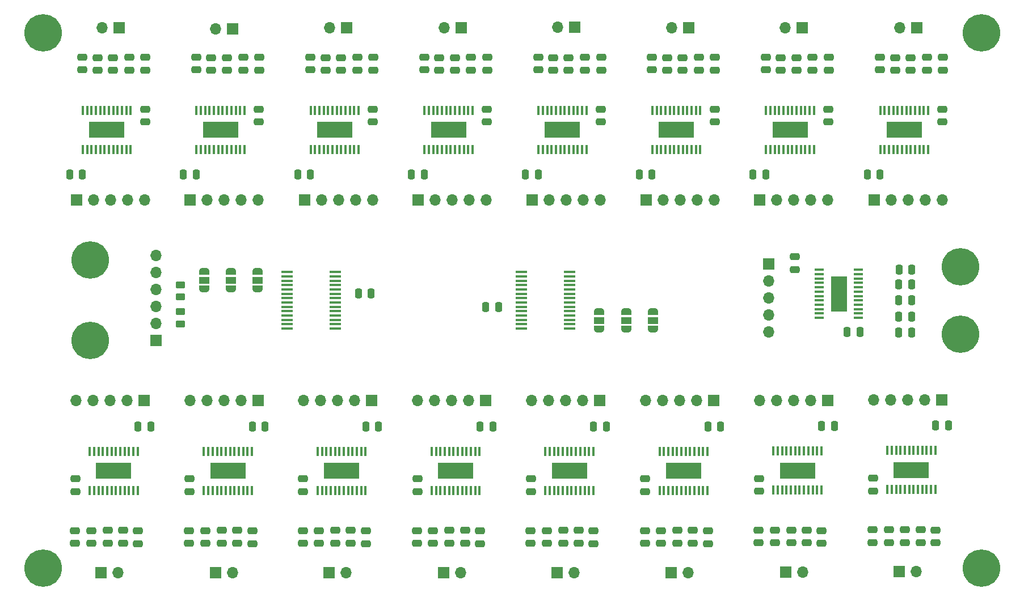
<source format=gbr>
%TF.GenerationSoftware,KiCad,Pcbnew,9.0.0*%
%TF.CreationDate,2025-03-04T09:43:35-08:00*%
%TF.ProjectId,Lattice Solenoid Driver,4c617474-6963-4652-9053-6f6c656e6f69,rev?*%
%TF.SameCoordinates,Original*%
%TF.FileFunction,Soldermask,Top*%
%TF.FilePolarity,Negative*%
%FSLAX46Y46*%
G04 Gerber Fmt 4.6, Leading zero omitted, Abs format (unit mm)*
G04 Created by KiCad (PCBNEW 9.0.0) date 2025-03-04 09:43:35*
%MOMM*%
%LPD*%
G01*
G04 APERTURE LIST*
G04 Aperture macros list*
%AMRoundRect*
0 Rectangle with rounded corners*
0 $1 Rounding radius*
0 $2 $3 $4 $5 $6 $7 $8 $9 X,Y pos of 4 corners*
0 Add a 4 corners polygon primitive as box body*
4,1,4,$2,$3,$4,$5,$6,$7,$8,$9,$2,$3,0*
0 Add four circle primitives for the rounded corners*
1,1,$1+$1,$2,$3*
1,1,$1+$1,$4,$5*
1,1,$1+$1,$6,$7*
1,1,$1+$1,$8,$9*
0 Add four rect primitives between the rounded corners*
20,1,$1+$1,$2,$3,$4,$5,0*
20,1,$1+$1,$4,$5,$6,$7,0*
20,1,$1+$1,$6,$7,$8,$9,0*
20,1,$1+$1,$8,$9,$2,$3,0*%
%AMFreePoly0*
4,1,23,0.550000,-0.750000,0.000000,-0.750000,0.000000,-0.745722,-0.065263,-0.745722,-0.191342,-0.711940,-0.304381,-0.646677,-0.396677,-0.554381,-0.461940,-0.441342,-0.495722,-0.315263,-0.495722,-0.250000,-0.500000,-0.250000,-0.500000,0.250000,-0.495722,0.250000,-0.495722,0.315263,-0.461940,0.441342,-0.396677,0.554381,-0.304381,0.646677,-0.191342,0.711940,-0.065263,0.745722,0.000000,0.745722,
0.000000,0.750000,0.550000,0.750000,0.550000,-0.750000,0.550000,-0.750000,$1*%
%AMFreePoly1*
4,1,23,0.000000,0.745722,0.065263,0.745722,0.191342,0.711940,0.304381,0.646677,0.396677,0.554381,0.461940,0.441342,0.495722,0.315263,0.495722,0.250000,0.500000,0.250000,0.500000,-0.250000,0.495722,-0.250000,0.495722,-0.315263,0.461940,-0.441342,0.396677,-0.554381,0.304381,-0.646677,0.191342,-0.711940,0.065263,-0.745722,0.000000,-0.745722,0.000000,-0.750000,-0.550000,-0.750000,
-0.550000,0.750000,0.000000,0.750000,0.000000,0.745722,0.000000,0.745722,$1*%
G04 Aperture macros list end*
%ADD10RoundRect,0.250000X-0.475000X0.250000X-0.475000X-0.250000X0.475000X-0.250000X0.475000X0.250000X0*%
%ADD11RoundRect,0.250000X-0.250000X-0.475000X0.250000X-0.475000X0.250000X0.475000X-0.250000X0.475000X0*%
%ADD12C,3.600000*%
%ADD13C,5.600000*%
%ADD14RoundRect,0.250000X0.250000X0.475000X-0.250000X0.475000X-0.250000X-0.475000X0.250000X-0.475000X0*%
%ADD15R,1.750000X0.450000*%
%ADD16RoundRect,0.250000X0.475000X-0.250000X0.475000X0.250000X-0.475000X0.250000X-0.475000X-0.250000X0*%
%ADD17R,1.700000X1.700000*%
%ADD18O,1.700000X1.700000*%
%ADD19R,0.355600X1.473200*%
%ADD20R,5.283200X2.413000*%
%ADD21FreePoly0,90.000000*%
%ADD22R,1.500000X1.000000*%
%ADD23FreePoly1,90.000000*%
%ADD24RoundRect,0.250000X-0.450000X0.262500X-0.450000X-0.262500X0.450000X-0.262500X0.450000X0.262500X0*%
%ADD25R,1.473200X0.355600*%
%ADD26R,2.413000X5.283200*%
%ADD27RoundRect,0.250000X0.450000X-0.262500X0.450000X0.262500X-0.450000X0.262500X-0.450000X-0.262500X0*%
G04 APERTURE END LIST*
D10*
%TO.C,C97*%
X123915001Y-131492000D03*
X123915001Y-133392000D03*
%TD*%
%TO.C,C86*%
X153065002Y-131500000D03*
X153065002Y-133400000D03*
%TD*%
D11*
%TO.C,C1*%
X146355000Y-98100000D03*
X148255000Y-98100000D03*
%TD*%
D10*
%TO.C,C62*%
X208950001Y-131384000D03*
X208950001Y-133284000D03*
%TD*%
%TO.C,C19*%
X120180000Y-60750000D03*
X120180000Y-62650000D03*
%TD*%
%TO.C,C53*%
X214530001Y-68508000D03*
X214530001Y-70408000D03*
%TD*%
%TO.C,C54*%
X205180000Y-60750000D03*
X205180000Y-62650000D03*
%TD*%
D12*
%TO.C,H5*%
X220305000Y-57100000D03*
D13*
X220305000Y-57100000D03*
%TD*%
D14*
%TO.C,C119*%
X209897000Y-94750001D03*
X207997000Y-94750001D03*
%TD*%
D15*
%TO.C,U1*%
X151705000Y-92875000D03*
X151705000Y-93525000D03*
X151705000Y-94175000D03*
X151705000Y-94825000D03*
X151705000Y-95475000D03*
X151705000Y-96125000D03*
X151705000Y-96775000D03*
X151705000Y-97425000D03*
X151705000Y-98075000D03*
X151705000Y-98725000D03*
X151705000Y-99375000D03*
X151705000Y-100025000D03*
X151705000Y-100675000D03*
X151705000Y-101325000D03*
X158905000Y-101325000D03*
X158905000Y-100675000D03*
X158905000Y-100025000D03*
X158905000Y-99375000D03*
X158905000Y-98725000D03*
X158905000Y-98075000D03*
X158905000Y-97425000D03*
X158905000Y-96775000D03*
X158905000Y-96125000D03*
X158905000Y-95475000D03*
X158905000Y-94825000D03*
X158905000Y-94175000D03*
X158905000Y-93525000D03*
X158905000Y-92875000D03*
%TD*%
D14*
%TO.C,C117*%
X209955000Y-92500000D03*
X208055000Y-92500000D03*
%TD*%
D10*
%TO.C,C28*%
X139430001Y-60808000D03*
X139430001Y-62708000D03*
%TD*%
D16*
%TO.C,C68*%
X196500000Y-133400000D03*
X196500000Y-131500000D03*
%TD*%
D11*
%TO.C,C31*%
X152280002Y-78258000D03*
X154180002Y-78258000D03*
%TD*%
D10*
%TO.C,C113*%
X87465002Y-131500000D03*
X87465002Y-133400000D03*
%TD*%
D16*
%TO.C,C55*%
X209730000Y-62708000D03*
X209730000Y-60808000D03*
%TD*%
D17*
%TO.C,J29*%
X156990000Y-137800000D03*
D18*
X159530000Y-137800000D03*
%TD*%
D10*
%TO.C,C71*%
X189500002Y-131450000D03*
X189500002Y-133350000D03*
%TD*%
D11*
%TO.C,C38*%
X169280002Y-78258000D03*
X171180002Y-78258000D03*
%TD*%
D16*
%TO.C,C37*%
X163579999Y-62700000D03*
X163579999Y-60800000D03*
%TD*%
D10*
%TO.C,C35*%
X156430001Y-60808000D03*
X156430001Y-62708000D03*
%TD*%
D14*
%TO.C,C116*%
X202197000Y-101850001D03*
X200297000Y-101850001D03*
%TD*%
%TO.C,C108*%
X96364997Y-115942000D03*
X94464997Y-115942000D03*
%TD*%
D16*
%TO.C,C74*%
X170149999Y-125692000D03*
X170149999Y-123792000D03*
%TD*%
%TO.C,C8*%
X93179999Y-62700000D03*
X93179999Y-60800000D03*
%TD*%
D19*
%TO.C,U5*%
X120230002Y-74542000D03*
X120880001Y-74542000D03*
X121529999Y-74542000D03*
X122180000Y-74542000D03*
X122829999Y-74542000D03*
X123480000Y-74542000D03*
X124129999Y-74542000D03*
X124780000Y-74542000D03*
X125429999Y-74542000D03*
X126080000Y-74542000D03*
X126729999Y-74542000D03*
X127380000Y-74542000D03*
X127380000Y-68700000D03*
X126730001Y-68700000D03*
X126080000Y-68700000D03*
X125430002Y-68700000D03*
X124780000Y-68700000D03*
X124130002Y-68700000D03*
X123480003Y-68700000D03*
X122830002Y-68700000D03*
X122180003Y-68700000D03*
X121530002Y-68700000D03*
X120880003Y-68700000D03*
X120230002Y-68700000D03*
D20*
X123805001Y-71621000D03*
%TD*%
D19*
%TO.C,U11*%
X213449998Y-119550000D03*
X212799999Y-119550000D03*
X212150001Y-119550000D03*
X211500000Y-119550000D03*
X210850001Y-119550000D03*
X210200000Y-119550000D03*
X209550001Y-119550000D03*
X208900000Y-119550000D03*
X208250001Y-119550000D03*
X207600000Y-119550000D03*
X206950001Y-119550000D03*
X206300000Y-119550000D03*
X206300000Y-125392000D03*
X206949999Y-125392000D03*
X207600000Y-125392000D03*
X208249998Y-125392000D03*
X208900000Y-125392000D03*
X209549998Y-125392000D03*
X210199997Y-125392000D03*
X210849998Y-125392000D03*
X211499997Y-125392000D03*
X212149998Y-125392000D03*
X212799997Y-125392000D03*
X213449998Y-125392000D03*
D20*
X209874999Y-122471000D03*
%TD*%
D10*
%TO.C,C64*%
X206500002Y-131392000D03*
X206500002Y-133292000D03*
%TD*%
%TO.C,C21*%
X122430001Y-60808000D03*
X122430001Y-62708000D03*
%TD*%
D16*
%TO.C,C6*%
X90730000Y-62708000D03*
X90730000Y-60808000D03*
%TD*%
D10*
%TO.C,C100*%
X119065002Y-131500000D03*
X119065002Y-133400000D03*
%TD*%
D12*
%TO.C,H4*%
X217205000Y-102200000D03*
D13*
X217205000Y-102200000D03*
%TD*%
D16*
%TO.C,C36*%
X161179999Y-62700000D03*
X161179999Y-60800000D03*
%TD*%
D17*
%TO.C,J10*%
X187270001Y-82100000D03*
D18*
X189810001Y-82100000D03*
X192350001Y-82100000D03*
X194890001Y-82100000D03*
X197430001Y-82100000D03*
%TD*%
D10*
%TO.C,C83*%
X157915001Y-131492000D03*
X157915001Y-133392000D03*
%TD*%
D16*
%TO.C,C109*%
X85114999Y-125692000D03*
X85114999Y-123792000D03*
%TD*%
D10*
%TO.C,C115*%
X192447000Y-90600002D03*
X192447000Y-92500002D03*
%TD*%
D16*
%TO.C,C77*%
X177249999Y-133392000D03*
X177249999Y-131492000D03*
%TD*%
D17*
%TO.C,J27*%
X191100000Y-137750000D03*
D18*
X193640000Y-137750000D03*
%TD*%
D16*
%TO.C,C102*%
X102149999Y-125692000D03*
X102149999Y-123792000D03*
%TD*%
%TO.C,C34*%
X158730000Y-62708000D03*
X158730000Y-60808000D03*
%TD*%
D17*
%TO.C,J4*%
X102270001Y-82100000D03*
D18*
X104810001Y-82100000D03*
X107350001Y-82100000D03*
X109890001Y-82100000D03*
X112430001Y-82100000D03*
%TD*%
D10*
%TO.C,C47*%
X188145000Y-60750000D03*
X188145000Y-62650000D03*
%TD*%
D14*
%TO.C,C66*%
X198399997Y-115892000D03*
X196499997Y-115892000D03*
%TD*%
D21*
%TO.C,JP4*%
X163305000Y-101400000D03*
D22*
X163305000Y-100100000D03*
D23*
X163305000Y-98800000D03*
%TD*%
D10*
%TO.C,C14*%
X105395001Y-60808000D03*
X105395001Y-62708000D03*
%TD*%
%TO.C,C69*%
X191950001Y-131442000D03*
X191950001Y-133342000D03*
%TD*%
%TO.C,C93*%
X136100002Y-131500000D03*
X136100002Y-133400000D03*
%TD*%
D17*
%TO.C,J8*%
X153305001Y-82100000D03*
D18*
X155845001Y-82100000D03*
X158385001Y-82100000D03*
X160925001Y-82100000D03*
X163465001Y-82100000D03*
%TD*%
D12*
%TO.C,H7*%
X80305000Y-137100000D03*
D13*
X80305000Y-137100000D03*
%TD*%
D16*
%TO.C,C44*%
X180579999Y-62700000D03*
X180579999Y-60800000D03*
%TD*%
D10*
%TO.C,C46*%
X197495001Y-68508000D03*
X197495001Y-70408000D03*
%TD*%
D16*
%TO.C,C58*%
X214579999Y-62700000D03*
X214579999Y-60800000D03*
%TD*%
D10*
%TO.C,C32*%
X163530001Y-68508000D03*
X163530001Y-70408000D03*
%TD*%
D15*
%TO.C,U2*%
X123905000Y-101325000D03*
X123905000Y-100675000D03*
X123905000Y-100025000D03*
X123905000Y-99375000D03*
X123905000Y-98725000D03*
X123905000Y-98075000D03*
X123905000Y-97425000D03*
X123905000Y-96775000D03*
X123905000Y-96125000D03*
X123905000Y-95475000D03*
X123905000Y-94825000D03*
X123905000Y-94175000D03*
X123905000Y-93525000D03*
X123905000Y-92875000D03*
X116705000Y-92875000D03*
X116705000Y-93525000D03*
X116705000Y-94175000D03*
X116705000Y-94825000D03*
X116705000Y-95475000D03*
X116705000Y-96125000D03*
X116705000Y-96775000D03*
X116705000Y-97425000D03*
X116705000Y-98075000D03*
X116705000Y-98725000D03*
X116705000Y-99375000D03*
X116705000Y-100025000D03*
X116705000Y-100675000D03*
X116705000Y-101325000D03*
%TD*%
D10*
%TO.C,C49*%
X190395001Y-60808000D03*
X190395001Y-62708000D03*
%TD*%
%TO.C,C40*%
X171180000Y-60750000D03*
X171180000Y-62650000D03*
%TD*%
D12*
%TO.C,H6*%
X220305000Y-137100000D03*
D13*
X220305000Y-137100000D03*
%TD*%
D19*
%TO.C,U16*%
X128414998Y-119658000D03*
X127764999Y-119658000D03*
X127115001Y-119658000D03*
X126465000Y-119658000D03*
X125815001Y-119658000D03*
X125165000Y-119658000D03*
X124515001Y-119658000D03*
X123865000Y-119658000D03*
X123215001Y-119658000D03*
X122565000Y-119658000D03*
X121915001Y-119658000D03*
X121265000Y-119658000D03*
X121265000Y-125500000D03*
X121914999Y-125500000D03*
X122565000Y-125500000D03*
X123214998Y-125500000D03*
X123865000Y-125500000D03*
X124514998Y-125500000D03*
X125164997Y-125500000D03*
X125814998Y-125500000D03*
X126464997Y-125500000D03*
X127114998Y-125500000D03*
X127764997Y-125500000D03*
X128414998Y-125500000D03*
D20*
X124839999Y-122579000D03*
%TD*%
D10*
%TO.C,C4*%
X95530001Y-68508000D03*
X95530001Y-70408000D03*
%TD*%
D16*
%TO.C,C89*%
X145500000Y-133450000D03*
X145500000Y-131550000D03*
%TD*%
D10*
%TO.C,C79*%
X170100002Y-131500000D03*
X170100002Y-133400000D03*
%TD*%
D17*
%TO.C,J19*%
X95339998Y-112100000D03*
D18*
X92799998Y-112100000D03*
X90259998Y-112100000D03*
X87719998Y-112100000D03*
X85179998Y-112100000D03*
%TD*%
D17*
%TO.C,J20*%
X125630000Y-56385913D03*
D18*
X123090000Y-56385913D03*
%TD*%
D14*
%TO.C,C87*%
X147399997Y-115942000D03*
X145499997Y-115942000D03*
%TD*%
D17*
%TO.C,J14*%
X180374998Y-112100000D03*
D18*
X177834998Y-112100000D03*
X175294998Y-112100000D03*
X172754998Y-112100000D03*
X170214998Y-112100000D03*
%TD*%
D11*
%TO.C,C121*%
X208005000Y-101899998D03*
X209905000Y-101899998D03*
%TD*%
D19*
%TO.C,U7*%
X154230002Y-74542000D03*
X154880001Y-74542000D03*
X155529999Y-74542000D03*
X156180000Y-74542000D03*
X156829999Y-74542000D03*
X157480000Y-74542000D03*
X158129999Y-74542000D03*
X158780000Y-74542000D03*
X159429999Y-74542000D03*
X160080000Y-74542000D03*
X160729999Y-74542000D03*
X161380000Y-74542000D03*
X161380000Y-68700000D03*
X160730001Y-68700000D03*
X160080000Y-68700000D03*
X159430002Y-68700000D03*
X158780000Y-68700000D03*
X158130002Y-68700000D03*
X157480003Y-68700000D03*
X156830002Y-68700000D03*
X156180003Y-68700000D03*
X155530002Y-68700000D03*
X154880003Y-68700000D03*
X154230002Y-68700000D03*
D20*
X157805001Y-71621000D03*
%TD*%
D17*
%TO.C,J21*%
X142680000Y-56400000D03*
D18*
X140140000Y-56400000D03*
%TD*%
D19*
%TO.C,U8*%
X171230002Y-74542000D03*
X171880001Y-74542000D03*
X172529999Y-74542000D03*
X173180000Y-74542000D03*
X173829999Y-74542000D03*
X174480000Y-74542000D03*
X175129999Y-74542000D03*
X175780000Y-74542000D03*
X176429999Y-74542000D03*
X177080000Y-74542000D03*
X177729999Y-74542000D03*
X178380000Y-74542000D03*
X178380000Y-68700000D03*
X177730001Y-68700000D03*
X177080000Y-68700000D03*
X176430002Y-68700000D03*
X175780000Y-68700000D03*
X175130002Y-68700000D03*
X174480003Y-68700000D03*
X173830002Y-68700000D03*
X173180003Y-68700000D03*
X172530002Y-68700000D03*
X171880003Y-68700000D03*
X171230002Y-68700000D03*
D20*
X174805001Y-71621000D03*
%TD*%
D10*
%TO.C,C107*%
X102100002Y-131500000D03*
X102100002Y-133400000D03*
%TD*%
D17*
%TO.C,J25*%
X210680000Y-56400000D03*
D18*
X208140000Y-56400000D03*
%TD*%
D14*
%TO.C,C73*%
X181399997Y-115942000D03*
X179499997Y-115942000D03*
%TD*%
D11*
%TO.C,C24*%
X135280002Y-78258000D03*
X137180002Y-78258000D03*
%TD*%
D16*
%TO.C,C41*%
X175730000Y-62708000D03*
X175730000Y-60808000D03*
%TD*%
%TO.C,C105*%
X109249999Y-133392000D03*
X109249999Y-131492000D03*
%TD*%
D21*
%TO.C,JP1*%
X167305000Y-101400000D03*
D22*
X167305000Y-100100000D03*
D23*
X167305000Y-98800000D03*
%TD*%
D16*
%TO.C,C61*%
X213500000Y-133342000D03*
X213500000Y-131442000D03*
%TD*%
D10*
%TO.C,C42*%
X173430001Y-60808000D03*
X173430001Y-62708000D03*
%TD*%
D19*
%TO.C,U18*%
X94414998Y-119658000D03*
X93764999Y-119658000D03*
X93115001Y-119658000D03*
X92465000Y-119658000D03*
X91815001Y-119658000D03*
X91165000Y-119658000D03*
X90515001Y-119658000D03*
X89865000Y-119658000D03*
X89215001Y-119658000D03*
X88565000Y-119658000D03*
X87915001Y-119658000D03*
X87265000Y-119658000D03*
X87265000Y-125500000D03*
X87914999Y-125500000D03*
X88565000Y-125500000D03*
X89214998Y-125500000D03*
X89865000Y-125500000D03*
X90514998Y-125500000D03*
X91164997Y-125500000D03*
X91814998Y-125500000D03*
X92464997Y-125500000D03*
X93114998Y-125500000D03*
X93764997Y-125500000D03*
X94414998Y-125500000D03*
D20*
X90839999Y-122579000D03*
%TD*%
D16*
%TO.C,C60*%
X204149999Y-125584000D03*
X204149999Y-123684000D03*
%TD*%
%TO.C,C110*%
X94465000Y-133450000D03*
X94465000Y-131550000D03*
%TD*%
D10*
%TO.C,C12*%
X103145000Y-60750000D03*
X103145000Y-62650000D03*
%TD*%
D17*
%TO.C,J30*%
X140051508Y-137819491D03*
D18*
X142591508Y-137819491D03*
%TD*%
D19*
%TO.C,U17*%
X111449998Y-119658000D03*
X110799999Y-119658000D03*
X110150001Y-119658000D03*
X109500000Y-119658000D03*
X108850001Y-119658000D03*
X108200000Y-119658000D03*
X107550001Y-119658000D03*
X106900000Y-119658000D03*
X106250001Y-119658000D03*
X105600000Y-119658000D03*
X104950001Y-119658000D03*
X104300000Y-119658000D03*
X104300000Y-125500000D03*
X104949999Y-125500000D03*
X105600000Y-125500000D03*
X106249998Y-125500000D03*
X106900000Y-125500000D03*
X107549998Y-125500000D03*
X108199997Y-125500000D03*
X108849998Y-125500000D03*
X109499997Y-125500000D03*
X110149998Y-125500000D03*
X110799997Y-125500000D03*
X111449998Y-125500000D03*
D20*
X107874999Y-122579000D03*
%TD*%
D19*
%TO.C,U14*%
X162414998Y-119658000D03*
X161764999Y-119658000D03*
X161115001Y-119658000D03*
X160465000Y-119658000D03*
X159815001Y-119658000D03*
X159165000Y-119658000D03*
X158515001Y-119658000D03*
X157865000Y-119658000D03*
X157215001Y-119658000D03*
X156565000Y-119658000D03*
X155915001Y-119658000D03*
X155265000Y-119658000D03*
X155265000Y-125500000D03*
X155914999Y-125500000D03*
X156565000Y-125500000D03*
X157214998Y-125500000D03*
X157865000Y-125500000D03*
X158514998Y-125500000D03*
X159164997Y-125500000D03*
X159814998Y-125500000D03*
X160464997Y-125500000D03*
X161114998Y-125500000D03*
X161764997Y-125500000D03*
X162414998Y-125500000D03*
D20*
X158839999Y-122579000D03*
%TD*%
D17*
%TO.C,J12*%
X214374998Y-111992000D03*
D18*
X211834998Y-111992000D03*
X209294998Y-111992000D03*
X206754998Y-111992000D03*
X204214998Y-111992000D03*
%TD*%
D16*
%TO.C,C81*%
X153114999Y-125692000D03*
X153114999Y-123792000D03*
%TD*%
D17*
%TO.C,J26*%
X208025000Y-137650000D03*
D18*
X210565000Y-137650000D03*
%TD*%
D16*
%TO.C,C70*%
X194249999Y-133342000D03*
X194249999Y-131442000D03*
%TD*%
%TO.C,C20*%
X124730000Y-62708000D03*
X124730000Y-60808000D03*
%TD*%
D10*
%TO.C,C99*%
X121465002Y-131500000D03*
X121465002Y-133400000D03*
%TD*%
D16*
%TO.C,C63*%
X211249999Y-133284000D03*
X211249999Y-131384000D03*
%TD*%
D10*
%TO.C,C18*%
X129530001Y-68508000D03*
X129530001Y-70408000D03*
%TD*%
D16*
%TO.C,C50*%
X195144999Y-62700000D03*
X195144999Y-60800000D03*
%TD*%
%TO.C,C95*%
X119114999Y-125692000D03*
X119114999Y-123792000D03*
%TD*%
D17*
%TO.C,J11*%
X204305001Y-82100000D03*
D18*
X206845001Y-82100000D03*
X209385001Y-82100000D03*
X211925001Y-82100000D03*
X214465001Y-82100000D03*
%TD*%
D19*
%TO.C,U15*%
X145449998Y-119658000D03*
X144799999Y-119658000D03*
X144150001Y-119658000D03*
X143500000Y-119658000D03*
X142850001Y-119658000D03*
X142200000Y-119658000D03*
X141550001Y-119658000D03*
X140900000Y-119658000D03*
X140250001Y-119658000D03*
X139600000Y-119658000D03*
X138950001Y-119658000D03*
X138300000Y-119658000D03*
X138300000Y-125500000D03*
X138949999Y-125500000D03*
X139600000Y-125500000D03*
X140249998Y-125500000D03*
X140900000Y-125500000D03*
X141549998Y-125500000D03*
X142199997Y-125500000D03*
X142849998Y-125500000D03*
X143499997Y-125500000D03*
X144149998Y-125500000D03*
X144799997Y-125500000D03*
X145449998Y-125500000D03*
D20*
X141874999Y-122579000D03*
%TD*%
D17*
%TO.C,J2*%
X91630001Y-56358000D03*
D18*
X89090001Y-56358000D03*
%TD*%
D17*
%TO.C,J34*%
X188605000Y-91625002D03*
D18*
X188605000Y-94165002D03*
X188605000Y-96705002D03*
X188605000Y-99245002D03*
X188605000Y-101785002D03*
%TD*%
D10*
%TO.C,C25*%
X146530001Y-68508000D03*
X146530001Y-70408000D03*
%TD*%
D11*
%TO.C,C45*%
X186245002Y-78258000D03*
X188145002Y-78258000D03*
%TD*%
D19*
%TO.C,U9*%
X188195002Y-74542000D03*
X188845001Y-74542000D03*
X189494999Y-74542000D03*
X190145000Y-74542000D03*
X190794999Y-74542000D03*
X191445000Y-74542000D03*
X192094999Y-74542000D03*
X192745000Y-74542000D03*
X193394999Y-74542000D03*
X194045000Y-74542000D03*
X194694999Y-74542000D03*
X195345000Y-74542000D03*
X195345000Y-68700000D03*
X194695001Y-68700000D03*
X194045000Y-68700000D03*
X193395002Y-68700000D03*
X192745000Y-68700000D03*
X192095002Y-68700000D03*
X191445003Y-68700000D03*
X190795002Y-68700000D03*
X190145003Y-68700000D03*
X189495002Y-68700000D03*
X188845003Y-68700000D03*
X188195002Y-68700000D03*
D20*
X191770001Y-71621000D03*
%TD*%
D16*
%TO.C,C112*%
X92214999Y-133392000D03*
X92214999Y-131492000D03*
%TD*%
D17*
%TO.C,J7*%
X136305001Y-82100000D03*
D18*
X138845001Y-82100000D03*
X141385001Y-82100000D03*
X143925001Y-82100000D03*
X146465001Y-82100000D03*
%TD*%
D11*
%TO.C,C10*%
X101245002Y-78258000D03*
X103145002Y-78258000D03*
%TD*%
D17*
%TO.C,J5*%
X108620000Y-56500000D03*
D18*
X106080000Y-56500000D03*
%TD*%
D10*
%TO.C,C104*%
X106950001Y-131492000D03*
X106950001Y-133392000D03*
%TD*%
D16*
%TO.C,C27*%
X141730000Y-62708000D03*
X141730000Y-60808000D03*
%TD*%
D17*
%TO.C,J3*%
X85305001Y-82100000D03*
D18*
X87845001Y-82100000D03*
X90385001Y-82100000D03*
X92925001Y-82100000D03*
X95465001Y-82100000D03*
%TD*%
D16*
%TO.C,C9*%
X95579999Y-62700000D03*
X95579999Y-60800000D03*
%TD*%
D12*
%TO.C,H2*%
X87305000Y-91100000D03*
D13*
X87305000Y-91100000D03*
%TD*%
D24*
%TO.C,R1*%
X100755000Y-98800000D03*
X100755000Y-100625000D03*
%TD*%
D17*
%TO.C,J13*%
X197374998Y-112050000D03*
D18*
X194834998Y-112050000D03*
X192294998Y-112050000D03*
X189754998Y-112050000D03*
X187214998Y-112050000D03*
%TD*%
D17*
%TO.C,J24*%
X193620000Y-56400000D03*
D18*
X191080000Y-56400000D03*
%TD*%
D16*
%TO.C,C91*%
X143249999Y-133392000D03*
X143249999Y-131492000D03*
%TD*%
%TO.C,C48*%
X192695000Y-62708000D03*
X192695000Y-60808000D03*
%TD*%
D12*
%TO.C,H3*%
X217205000Y-92100000D03*
D13*
X217205000Y-92100000D03*
%TD*%
D10*
%TO.C,C92*%
X138500002Y-131500000D03*
X138500002Y-133400000D03*
%TD*%
D17*
%TO.C,J9*%
X170305001Y-82100000D03*
D18*
X172845001Y-82100000D03*
X175385001Y-82100000D03*
X177925001Y-82100000D03*
X180465001Y-82100000D03*
%TD*%
D16*
%TO.C,C96*%
X128465000Y-133450000D03*
X128465000Y-131550000D03*
%TD*%
D11*
%TO.C,C17*%
X118280002Y-78258000D03*
X120180002Y-78258000D03*
%TD*%
D10*
%TO.C,C85*%
X155465002Y-131500000D03*
X155465002Y-133400000D03*
%TD*%
D14*
%TO.C,C59*%
X215399997Y-115834000D03*
X213499997Y-115834000D03*
%TD*%
D10*
%TO.C,C11*%
X112495001Y-68508000D03*
X112495001Y-70408000D03*
%TD*%
D17*
%TO.C,J16*%
X146374998Y-112100000D03*
D18*
X143834998Y-112100000D03*
X141294998Y-112100000D03*
X138754998Y-112100000D03*
X136214998Y-112100000D03*
%TD*%
D19*
%TO.C,U10*%
X205230002Y-74542000D03*
X205880001Y-74542000D03*
X206529999Y-74542000D03*
X207180000Y-74542000D03*
X207829999Y-74542000D03*
X208480000Y-74542000D03*
X209129999Y-74542000D03*
X209780000Y-74542000D03*
X210429999Y-74542000D03*
X211080000Y-74542000D03*
X211729999Y-74542000D03*
X212380000Y-74542000D03*
X212380000Y-68700000D03*
X211730001Y-68700000D03*
X211080000Y-68700000D03*
X210430002Y-68700000D03*
X209780000Y-68700000D03*
X209130002Y-68700000D03*
X208480003Y-68700000D03*
X207830002Y-68700000D03*
X207180003Y-68700000D03*
X206530002Y-68700000D03*
X205880003Y-68700000D03*
X205230002Y-68700000D03*
D20*
X208805001Y-71621000D03*
%TD*%
D10*
%TO.C,C72*%
X187100002Y-131450000D03*
X187100002Y-133350000D03*
%TD*%
D16*
%TO.C,C23*%
X129579999Y-62700000D03*
X129579999Y-60800000D03*
%TD*%
D12*
%TO.C,H1*%
X87305000Y-103100000D03*
D13*
X87305000Y-103100000D03*
%TD*%
D17*
%TO.C,J18*%
X112374998Y-112100000D03*
D18*
X109834998Y-112100000D03*
X107294998Y-112100000D03*
X104754998Y-112100000D03*
X102214998Y-112100000D03*
%TD*%
D16*
%TO.C,C67*%
X187149999Y-125642000D03*
X187149999Y-123742000D03*
%TD*%
D10*
%TO.C,C26*%
X137180000Y-60750000D03*
X137180000Y-62650000D03*
%TD*%
D16*
%TO.C,C22*%
X127179999Y-62700000D03*
X127179999Y-60800000D03*
%TD*%
D19*
%TO.C,U4*%
X103195002Y-74542000D03*
X103845001Y-74542000D03*
X104494999Y-74542000D03*
X105145000Y-74542000D03*
X105794999Y-74542000D03*
X106445000Y-74542000D03*
X107094999Y-74542000D03*
X107745000Y-74542000D03*
X108394999Y-74542000D03*
X109045000Y-74542000D03*
X109694999Y-74542000D03*
X110345000Y-74542000D03*
X110345000Y-68700000D03*
X109695001Y-68700000D03*
X109045000Y-68700000D03*
X108395002Y-68700000D03*
X107745000Y-68700000D03*
X107095002Y-68700000D03*
X106445003Y-68700000D03*
X105795002Y-68700000D03*
X105145003Y-68700000D03*
X104495002Y-68700000D03*
X103845003Y-68700000D03*
X103195002Y-68700000D03*
D20*
X106770001Y-71621000D03*
%TD*%
D10*
%TO.C,C111*%
X89915001Y-131492000D03*
X89915001Y-133392000D03*
%TD*%
D11*
%TO.C,C52*%
X203280002Y-78258000D03*
X205180002Y-78258000D03*
%TD*%
D10*
%TO.C,C65*%
X204100002Y-131392000D03*
X204100002Y-133292000D03*
%TD*%
D16*
%TO.C,C98*%
X126214999Y-133392000D03*
X126214999Y-131492000D03*
%TD*%
%TO.C,C29*%
X144179999Y-62700000D03*
X144179999Y-60800000D03*
%TD*%
%TO.C,C82*%
X162465000Y-133450000D03*
X162465000Y-131550000D03*
%TD*%
D19*
%TO.C,U12*%
X196449998Y-119608000D03*
X195799999Y-119608000D03*
X195150001Y-119608000D03*
X194500000Y-119608000D03*
X193850001Y-119608000D03*
X193200000Y-119608000D03*
X192550001Y-119608000D03*
X191900000Y-119608000D03*
X191250001Y-119608000D03*
X190600000Y-119608000D03*
X189950001Y-119608000D03*
X189300000Y-119608000D03*
X189300000Y-125450000D03*
X189949999Y-125450000D03*
X190600000Y-125450000D03*
X191249998Y-125450000D03*
X191900000Y-125450000D03*
X192549998Y-125450000D03*
X193199997Y-125450000D03*
X193849998Y-125450000D03*
X194499997Y-125450000D03*
X195149998Y-125450000D03*
X195799997Y-125450000D03*
X196449998Y-125450000D03*
D20*
X192874999Y-122529000D03*
%TD*%
D16*
%TO.C,C43*%
X178179999Y-62700000D03*
X178179999Y-60800000D03*
%TD*%
%TO.C,C15*%
X110144999Y-62700000D03*
X110144999Y-60800000D03*
%TD*%
%TO.C,C13*%
X107695000Y-62708000D03*
X107695000Y-60808000D03*
%TD*%
D17*
%TO.C,J33*%
X88965000Y-137800000D03*
D18*
X91505000Y-137800000D03*
%TD*%
D17*
%TO.C,J6*%
X119305001Y-82100000D03*
D18*
X121845001Y-82100000D03*
X124385001Y-82100000D03*
X126925001Y-82100000D03*
X129465001Y-82100000D03*
%TD*%
D11*
%TO.C,C118*%
X207997000Y-97049999D03*
X209897000Y-97049999D03*
%TD*%
D17*
%TO.C,J23*%
X176655000Y-56400000D03*
D18*
X174115000Y-56400000D03*
%TD*%
D11*
%TO.C,C3*%
X84280002Y-78258000D03*
X86180002Y-78258000D03*
%TD*%
D14*
%TO.C,C101*%
X113399997Y-115942000D03*
X111499997Y-115942000D03*
%TD*%
D16*
%TO.C,C51*%
X197544999Y-62700000D03*
X197544999Y-60800000D03*
%TD*%
D10*
%TO.C,C90*%
X140950001Y-131492000D03*
X140950001Y-133392000D03*
%TD*%
D11*
%TO.C,C120*%
X208005000Y-99499998D03*
X209905000Y-99499998D03*
%TD*%
D10*
%TO.C,C114*%
X85065002Y-131500000D03*
X85065002Y-133400000D03*
%TD*%
D16*
%TO.C,C16*%
X112544999Y-62700000D03*
X112544999Y-60800000D03*
%TD*%
D10*
%TO.C,C39*%
X180530001Y-68508000D03*
X180530001Y-70408000D03*
%TD*%
D21*
%TO.C,JP2*%
X108305000Y-95400000D03*
D22*
X108305000Y-94100000D03*
D23*
X108305000Y-92800000D03*
%TD*%
D17*
%TO.C,J32*%
X106000000Y-137800000D03*
D18*
X108540000Y-137800000D03*
%TD*%
D10*
%TO.C,C33*%
X154180000Y-60750000D03*
X154180000Y-62650000D03*
%TD*%
D21*
%TO.C,JP6*%
X112305000Y-95400000D03*
D22*
X112305000Y-94100000D03*
D23*
X112305000Y-92800000D03*
%TD*%
D12*
%TO.C,H8*%
X80305000Y-57100000D03*
D13*
X80305000Y-57100000D03*
%TD*%
D14*
%TO.C,C94*%
X130364997Y-115942000D03*
X128464997Y-115942000D03*
%TD*%
D17*
%TO.C,J15*%
X163339998Y-112100000D03*
D18*
X160799998Y-112100000D03*
X158259998Y-112100000D03*
X155719998Y-112100000D03*
X153179998Y-112100000D03*
%TD*%
D17*
%TO.C,J22*%
X159642500Y-56299326D03*
D18*
X157102500Y-56299326D03*
%TD*%
D16*
%TO.C,C88*%
X136149999Y-125692000D03*
X136149999Y-123792000D03*
%TD*%
D10*
%TO.C,C76*%
X174950001Y-131492000D03*
X174950001Y-133392000D03*
%TD*%
D21*
%TO.C,JP3*%
X171305000Y-101400000D03*
D22*
X171305000Y-100100000D03*
D23*
X171305000Y-98800000D03*
%TD*%
D21*
%TO.C,JP5*%
X104305000Y-95400000D03*
D22*
X104305000Y-94100000D03*
D23*
X104305000Y-92800000D03*
%TD*%
D16*
%TO.C,C84*%
X160214999Y-133392000D03*
X160214999Y-131492000D03*
%TD*%
D19*
%TO.C,U6*%
X137230002Y-74542000D03*
X137880001Y-74542000D03*
X138529999Y-74542000D03*
X139180000Y-74542000D03*
X139829999Y-74542000D03*
X140480000Y-74542000D03*
X141129999Y-74542000D03*
X141780000Y-74542000D03*
X142429999Y-74542000D03*
X143080000Y-74542000D03*
X143729999Y-74542000D03*
X144380000Y-74542000D03*
X144380000Y-68700000D03*
X143730001Y-68700000D03*
X143080000Y-68700000D03*
X142430002Y-68700000D03*
X141780000Y-68700000D03*
X141130002Y-68700000D03*
X140480003Y-68700000D03*
X139830002Y-68700000D03*
X139180003Y-68700000D03*
X138530002Y-68700000D03*
X137880003Y-68700000D03*
X137230002Y-68700000D03*
D20*
X140805001Y-71621000D03*
%TD*%
D17*
%TO.C,J28*%
X174000000Y-137800000D03*
D18*
X176540000Y-137800000D03*
%TD*%
D10*
%TO.C,C56*%
X207430001Y-60808000D03*
X207430001Y-62708000D03*
%TD*%
D14*
%TO.C,C80*%
X164364997Y-115942000D03*
X162464997Y-115942000D03*
%TD*%
D25*
%TO.C,U19*%
X196163000Y-92550002D03*
X196163000Y-93200001D03*
X196163000Y-93849999D03*
X196163000Y-94500000D03*
X196163000Y-95149999D03*
X196163000Y-95800000D03*
X196163000Y-96449999D03*
X196163000Y-97100000D03*
X196163000Y-97749999D03*
X196163000Y-98400000D03*
X196163000Y-99049999D03*
X196163000Y-99700000D03*
X202005000Y-99700000D03*
X202005000Y-99050001D03*
X202005000Y-98400000D03*
X202005000Y-97750002D03*
X202005000Y-97100000D03*
X202005000Y-96450002D03*
X202005000Y-95800003D03*
X202005000Y-95150002D03*
X202005000Y-94500003D03*
X202005000Y-93850002D03*
X202005000Y-93200003D03*
X202005000Y-92550002D03*
D26*
X199084000Y-96125001D03*
%TD*%
D17*
%TO.C,J31*%
X122990000Y-137800000D03*
D18*
X125530000Y-137800000D03*
%TD*%
D17*
%TO.C,J1*%
X97155000Y-103100000D03*
D18*
X97155000Y-100560000D03*
X97155000Y-98020000D03*
X97155000Y-95480000D03*
X97155000Y-92940000D03*
X97155000Y-90400000D03*
%TD*%
D27*
%TO.C,R2*%
X100755000Y-96612500D03*
X100755000Y-94787500D03*
%TD*%
D10*
%TO.C,C106*%
X104500002Y-131500000D03*
X104500002Y-133400000D03*
%TD*%
D16*
%TO.C,C103*%
X111500000Y-133450000D03*
X111500000Y-131550000D03*
%TD*%
D10*
%TO.C,C5*%
X86180000Y-60750000D03*
X86180000Y-62650000D03*
%TD*%
D19*
%TO.C,U13*%
X179449998Y-119658000D03*
X178799999Y-119658000D03*
X178150001Y-119658000D03*
X177500000Y-119658000D03*
X176850001Y-119658000D03*
X176200000Y-119658000D03*
X175550001Y-119658000D03*
X174900000Y-119658000D03*
X174250001Y-119658000D03*
X173600000Y-119658000D03*
X172950001Y-119658000D03*
X172300000Y-119658000D03*
X172300000Y-125500000D03*
X172949999Y-125500000D03*
X173600000Y-125500000D03*
X174249998Y-125500000D03*
X174900000Y-125500000D03*
X175549998Y-125500000D03*
X176199997Y-125500000D03*
X176849998Y-125500000D03*
X177499997Y-125500000D03*
X178149998Y-125500000D03*
X178799997Y-125500000D03*
X179449998Y-125500000D03*
D20*
X175874999Y-122579000D03*
%TD*%
D14*
%TO.C,C2*%
X129255000Y-96100000D03*
X127355000Y-96100000D03*
%TD*%
D16*
%TO.C,C30*%
X146579999Y-62700000D03*
X146579999Y-60800000D03*
%TD*%
%TO.C,C57*%
X212179999Y-62700000D03*
X212179999Y-60800000D03*
%TD*%
D19*
%TO.C,U3*%
X86230002Y-74542000D03*
X86880001Y-74542000D03*
X87529999Y-74542000D03*
X88180000Y-74542000D03*
X88829999Y-74542000D03*
X89480000Y-74542000D03*
X90129999Y-74542000D03*
X90780000Y-74542000D03*
X91429999Y-74542000D03*
X92080000Y-74542000D03*
X92729999Y-74542000D03*
X93380000Y-74542000D03*
X93380000Y-68700000D03*
X92730001Y-68700000D03*
X92080000Y-68700000D03*
X91430002Y-68700000D03*
X90780000Y-68700000D03*
X90130002Y-68700000D03*
X89480003Y-68700000D03*
X88830002Y-68700000D03*
X88180003Y-68700000D03*
X87530002Y-68700000D03*
X86880003Y-68700000D03*
X86230002Y-68700000D03*
D20*
X89805001Y-71621000D03*
%TD*%
D10*
%TO.C,C7*%
X88430001Y-60808000D03*
X88430001Y-62708000D03*
%TD*%
D16*
%TO.C,C75*%
X179500000Y-133450000D03*
X179500000Y-131550000D03*
%TD*%
D17*
%TO.C,J17*%
X129339998Y-112100000D03*
D18*
X126799998Y-112100000D03*
X124259998Y-112100000D03*
X121719998Y-112100000D03*
X119179998Y-112100000D03*
%TD*%
D10*
%TO.C,C78*%
X172500002Y-131500000D03*
X172500002Y-133400000D03*
%TD*%
M02*

</source>
